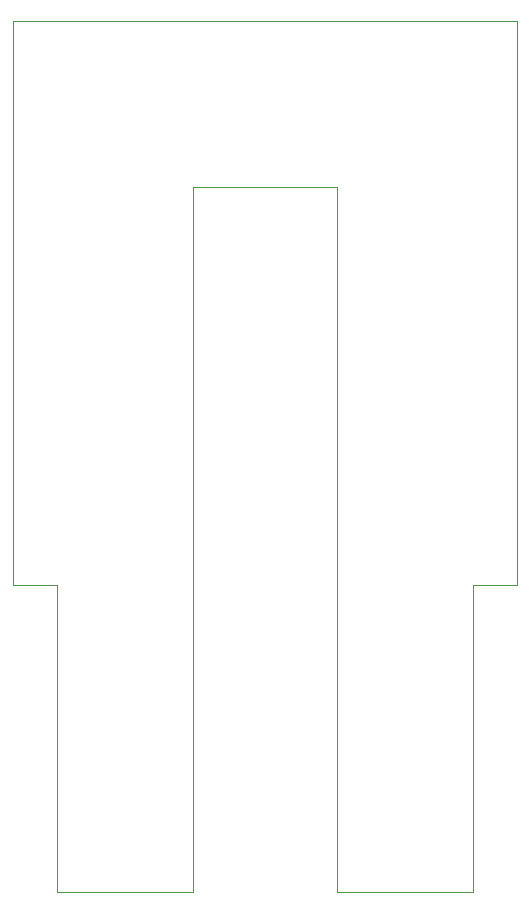
<source format=gbr>
%TF.GenerationSoftware,KiCad,Pcbnew,(6.0.11-0)*%
%TF.CreationDate,2024-08-02T08:50:10-07:00*%
%TF.ProjectId,TcBox_6x4,5463426f-785f-4367-9834-2e6b69636164,v1.0*%
%TF.SameCoordinates,Original*%
%TF.FileFunction,Profile,NP*%
%FSLAX46Y46*%
G04 Gerber Fmt 4.6, Leading zero omitted, Abs format (unit mm)*
G04 Created by KiCad (PCBNEW (6.0.11-0)) date 2024-08-02 08:50:10*
%MOMM*%
%LPD*%
G01*
G04 APERTURE LIST*
%TA.AperFunction,Profile*%
%ADD10C,0.050000*%
%TD*%
G04 APERTURE END LIST*
D10*
X133044180Y-122936180D02*
X144544180Y-122936180D01*
X171974180Y-49236180D02*
X171974180Y-96936180D01*
X144544180Y-63236180D02*
X144544180Y-122936180D01*
X144544180Y-63236180D02*
X156704180Y-63236180D01*
X133044180Y-96936180D02*
X133044180Y-122936180D01*
X129274180Y-49236180D02*
X129274180Y-96936180D01*
X168204180Y-96936180D02*
X171974180Y-96936180D01*
X129274180Y-96936180D02*
X133044180Y-96936180D01*
X129274180Y-49236180D02*
X171974180Y-49236180D01*
X156704180Y-63236180D02*
X156704180Y-122936180D01*
X168204180Y-96936180D02*
X168204180Y-122936180D01*
X156704180Y-122936180D02*
X168204180Y-122936180D01*
M02*

</source>
